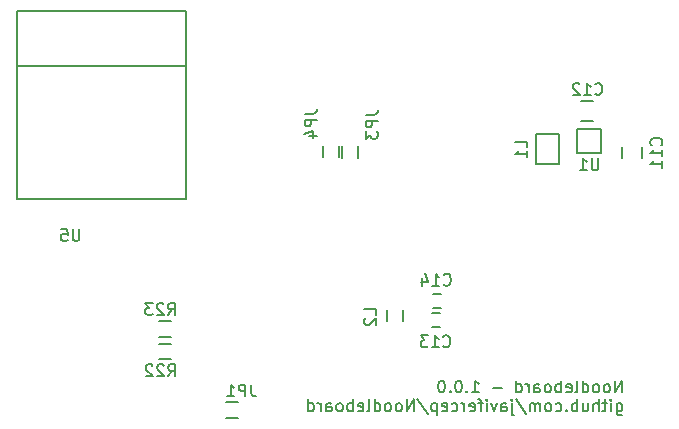
<source format=gbo>
G04 #@! TF.FileFunction,Legend,Bot*
%FSLAX46Y46*%
G04 Gerber Fmt 4.6, Leading zero omitted, Abs format (unit mm)*
G04 Created by KiCad (PCBNEW 4.0.0-rc1-stable) date 08/11/2015 16:00:56*
%MOMM*%
G01*
G04 APERTURE LIST*
%ADD10C,0.100000*%
%ADD11C,0.200000*%
%ADD12C,0.150000*%
G04 APERTURE END LIST*
D10*
D11*
X180660705Y-112733181D02*
X180660705Y-111733181D01*
X180089276Y-112733181D01*
X180089276Y-111733181D01*
X179470229Y-112733181D02*
X179565467Y-112685562D01*
X179613086Y-112637943D01*
X179660705Y-112542705D01*
X179660705Y-112256990D01*
X179613086Y-112161752D01*
X179565467Y-112114133D01*
X179470229Y-112066514D01*
X179327371Y-112066514D01*
X179232133Y-112114133D01*
X179184514Y-112161752D01*
X179136895Y-112256990D01*
X179136895Y-112542705D01*
X179184514Y-112637943D01*
X179232133Y-112685562D01*
X179327371Y-112733181D01*
X179470229Y-112733181D01*
X178565467Y-112733181D02*
X178660705Y-112685562D01*
X178708324Y-112637943D01*
X178755943Y-112542705D01*
X178755943Y-112256990D01*
X178708324Y-112161752D01*
X178660705Y-112114133D01*
X178565467Y-112066514D01*
X178422609Y-112066514D01*
X178327371Y-112114133D01*
X178279752Y-112161752D01*
X178232133Y-112256990D01*
X178232133Y-112542705D01*
X178279752Y-112637943D01*
X178327371Y-112685562D01*
X178422609Y-112733181D01*
X178565467Y-112733181D01*
X177374990Y-112733181D02*
X177374990Y-111733181D01*
X177374990Y-112685562D02*
X177470228Y-112733181D01*
X177660705Y-112733181D01*
X177755943Y-112685562D01*
X177803562Y-112637943D01*
X177851181Y-112542705D01*
X177851181Y-112256990D01*
X177803562Y-112161752D01*
X177755943Y-112114133D01*
X177660705Y-112066514D01*
X177470228Y-112066514D01*
X177374990Y-112114133D01*
X176755943Y-112733181D02*
X176851181Y-112685562D01*
X176898800Y-112590324D01*
X176898800Y-111733181D01*
X175994037Y-112685562D02*
X176089275Y-112733181D01*
X176279752Y-112733181D01*
X176374990Y-112685562D01*
X176422609Y-112590324D01*
X176422609Y-112209371D01*
X176374990Y-112114133D01*
X176279752Y-112066514D01*
X176089275Y-112066514D01*
X175994037Y-112114133D01*
X175946418Y-112209371D01*
X175946418Y-112304610D01*
X176422609Y-112399848D01*
X175517847Y-112733181D02*
X175517847Y-111733181D01*
X175517847Y-112114133D02*
X175422609Y-112066514D01*
X175232132Y-112066514D01*
X175136894Y-112114133D01*
X175089275Y-112161752D01*
X175041656Y-112256990D01*
X175041656Y-112542705D01*
X175089275Y-112637943D01*
X175136894Y-112685562D01*
X175232132Y-112733181D01*
X175422609Y-112733181D01*
X175517847Y-112685562D01*
X174470228Y-112733181D02*
X174565466Y-112685562D01*
X174613085Y-112637943D01*
X174660704Y-112542705D01*
X174660704Y-112256990D01*
X174613085Y-112161752D01*
X174565466Y-112114133D01*
X174470228Y-112066514D01*
X174327370Y-112066514D01*
X174232132Y-112114133D01*
X174184513Y-112161752D01*
X174136894Y-112256990D01*
X174136894Y-112542705D01*
X174184513Y-112637943D01*
X174232132Y-112685562D01*
X174327370Y-112733181D01*
X174470228Y-112733181D01*
X173279751Y-112733181D02*
X173279751Y-112209371D01*
X173327370Y-112114133D01*
X173422608Y-112066514D01*
X173613085Y-112066514D01*
X173708323Y-112114133D01*
X173279751Y-112685562D02*
X173374989Y-112733181D01*
X173613085Y-112733181D01*
X173708323Y-112685562D01*
X173755942Y-112590324D01*
X173755942Y-112495086D01*
X173708323Y-112399848D01*
X173613085Y-112352229D01*
X173374989Y-112352229D01*
X173279751Y-112304610D01*
X172803561Y-112733181D02*
X172803561Y-112066514D01*
X172803561Y-112256990D02*
X172755942Y-112161752D01*
X172708323Y-112114133D01*
X172613085Y-112066514D01*
X172517846Y-112066514D01*
X171755941Y-112733181D02*
X171755941Y-111733181D01*
X171755941Y-112685562D02*
X171851179Y-112733181D01*
X172041656Y-112733181D01*
X172136894Y-112685562D01*
X172184513Y-112637943D01*
X172232132Y-112542705D01*
X172232132Y-112256990D01*
X172184513Y-112161752D01*
X172136894Y-112114133D01*
X172041656Y-112066514D01*
X171851179Y-112066514D01*
X171755941Y-112114133D01*
X170517846Y-112352229D02*
X169755941Y-112352229D01*
X167994036Y-112733181D02*
X168565465Y-112733181D01*
X168279751Y-112733181D02*
X168279751Y-111733181D01*
X168374989Y-111876038D01*
X168470227Y-111971276D01*
X168565465Y-112018895D01*
X167565465Y-112637943D02*
X167517846Y-112685562D01*
X167565465Y-112733181D01*
X167613084Y-112685562D01*
X167565465Y-112637943D01*
X167565465Y-112733181D01*
X166898799Y-111733181D02*
X166803560Y-111733181D01*
X166708322Y-111780800D01*
X166660703Y-111828419D01*
X166613084Y-111923657D01*
X166565465Y-112114133D01*
X166565465Y-112352229D01*
X166613084Y-112542705D01*
X166660703Y-112637943D01*
X166708322Y-112685562D01*
X166803560Y-112733181D01*
X166898799Y-112733181D01*
X166994037Y-112685562D01*
X167041656Y-112637943D01*
X167089275Y-112542705D01*
X167136894Y-112352229D01*
X167136894Y-112114133D01*
X167089275Y-111923657D01*
X167041656Y-111828419D01*
X166994037Y-111780800D01*
X166898799Y-111733181D01*
X166136894Y-112637943D02*
X166089275Y-112685562D01*
X166136894Y-112733181D01*
X166184513Y-112685562D01*
X166136894Y-112637943D01*
X166136894Y-112733181D01*
X165470228Y-111733181D02*
X165374989Y-111733181D01*
X165279751Y-111780800D01*
X165232132Y-111828419D01*
X165184513Y-111923657D01*
X165136894Y-112114133D01*
X165136894Y-112352229D01*
X165184513Y-112542705D01*
X165232132Y-112637943D01*
X165279751Y-112685562D01*
X165374989Y-112733181D01*
X165470228Y-112733181D01*
X165565466Y-112685562D01*
X165613085Y-112637943D01*
X165660704Y-112542705D01*
X165708323Y-112352229D01*
X165708323Y-112114133D01*
X165660704Y-111923657D01*
X165613085Y-111828419D01*
X165565466Y-111780800D01*
X165470228Y-111733181D01*
X180232133Y-113666514D02*
X180232133Y-114476038D01*
X180279752Y-114571276D01*
X180327371Y-114618895D01*
X180422610Y-114666514D01*
X180565467Y-114666514D01*
X180660705Y-114618895D01*
X180232133Y-114285562D02*
X180327371Y-114333181D01*
X180517848Y-114333181D01*
X180613086Y-114285562D01*
X180660705Y-114237943D01*
X180708324Y-114142705D01*
X180708324Y-113856990D01*
X180660705Y-113761752D01*
X180613086Y-113714133D01*
X180517848Y-113666514D01*
X180327371Y-113666514D01*
X180232133Y-113714133D01*
X179755943Y-114333181D02*
X179755943Y-113666514D01*
X179755943Y-113333181D02*
X179803562Y-113380800D01*
X179755943Y-113428419D01*
X179708324Y-113380800D01*
X179755943Y-113333181D01*
X179755943Y-113428419D01*
X179422610Y-113666514D02*
X179041658Y-113666514D01*
X179279753Y-113333181D02*
X179279753Y-114190324D01*
X179232134Y-114285562D01*
X179136896Y-114333181D01*
X179041658Y-114333181D01*
X178708324Y-114333181D02*
X178708324Y-113333181D01*
X178279752Y-114333181D02*
X178279752Y-113809371D01*
X178327371Y-113714133D01*
X178422609Y-113666514D01*
X178565467Y-113666514D01*
X178660705Y-113714133D01*
X178708324Y-113761752D01*
X177374990Y-113666514D02*
X177374990Y-114333181D01*
X177803562Y-113666514D02*
X177803562Y-114190324D01*
X177755943Y-114285562D01*
X177660705Y-114333181D01*
X177517847Y-114333181D01*
X177422609Y-114285562D01*
X177374990Y-114237943D01*
X176898800Y-114333181D02*
X176898800Y-113333181D01*
X176898800Y-113714133D02*
X176803562Y-113666514D01*
X176613085Y-113666514D01*
X176517847Y-113714133D01*
X176470228Y-113761752D01*
X176422609Y-113856990D01*
X176422609Y-114142705D01*
X176470228Y-114237943D01*
X176517847Y-114285562D01*
X176613085Y-114333181D01*
X176803562Y-114333181D01*
X176898800Y-114285562D01*
X175994038Y-114237943D02*
X175946419Y-114285562D01*
X175994038Y-114333181D01*
X176041657Y-114285562D01*
X175994038Y-114237943D01*
X175994038Y-114333181D01*
X175089276Y-114285562D02*
X175184514Y-114333181D01*
X175374991Y-114333181D01*
X175470229Y-114285562D01*
X175517848Y-114237943D01*
X175565467Y-114142705D01*
X175565467Y-113856990D01*
X175517848Y-113761752D01*
X175470229Y-113714133D01*
X175374991Y-113666514D01*
X175184514Y-113666514D01*
X175089276Y-113714133D01*
X174517848Y-114333181D02*
X174613086Y-114285562D01*
X174660705Y-114237943D01*
X174708324Y-114142705D01*
X174708324Y-113856990D01*
X174660705Y-113761752D01*
X174613086Y-113714133D01*
X174517848Y-113666514D01*
X174374990Y-113666514D01*
X174279752Y-113714133D01*
X174232133Y-113761752D01*
X174184514Y-113856990D01*
X174184514Y-114142705D01*
X174232133Y-114237943D01*
X174279752Y-114285562D01*
X174374990Y-114333181D01*
X174517848Y-114333181D01*
X173755943Y-114333181D02*
X173755943Y-113666514D01*
X173755943Y-113761752D02*
X173708324Y-113714133D01*
X173613086Y-113666514D01*
X173470228Y-113666514D01*
X173374990Y-113714133D01*
X173327371Y-113809371D01*
X173327371Y-114333181D01*
X173327371Y-113809371D02*
X173279752Y-113714133D01*
X173184514Y-113666514D01*
X173041657Y-113666514D01*
X172946419Y-113714133D01*
X172898800Y-113809371D01*
X172898800Y-114333181D01*
X171708324Y-113285562D02*
X172565467Y-114571276D01*
X171374991Y-113666514D02*
X171374991Y-114523657D01*
X171422610Y-114618895D01*
X171517848Y-114666514D01*
X171565467Y-114666514D01*
X171374991Y-113333181D02*
X171422610Y-113380800D01*
X171374991Y-113428419D01*
X171327372Y-113380800D01*
X171374991Y-113333181D01*
X171374991Y-113428419D01*
X170470229Y-114333181D02*
X170470229Y-113809371D01*
X170517848Y-113714133D01*
X170613086Y-113666514D01*
X170803563Y-113666514D01*
X170898801Y-113714133D01*
X170470229Y-114285562D02*
X170565467Y-114333181D01*
X170803563Y-114333181D01*
X170898801Y-114285562D01*
X170946420Y-114190324D01*
X170946420Y-114095086D01*
X170898801Y-113999848D01*
X170803563Y-113952229D01*
X170565467Y-113952229D01*
X170470229Y-113904610D01*
X170089277Y-113666514D02*
X169851182Y-114333181D01*
X169613086Y-113666514D01*
X169232134Y-114333181D02*
X169232134Y-113666514D01*
X169232134Y-113333181D02*
X169279753Y-113380800D01*
X169232134Y-113428419D01*
X169184515Y-113380800D01*
X169232134Y-113333181D01*
X169232134Y-113428419D01*
X168898801Y-113666514D02*
X168517849Y-113666514D01*
X168755944Y-114333181D02*
X168755944Y-113476038D01*
X168708325Y-113380800D01*
X168613087Y-113333181D01*
X168517849Y-113333181D01*
X167803562Y-114285562D02*
X167898800Y-114333181D01*
X168089277Y-114333181D01*
X168184515Y-114285562D01*
X168232134Y-114190324D01*
X168232134Y-113809371D01*
X168184515Y-113714133D01*
X168089277Y-113666514D01*
X167898800Y-113666514D01*
X167803562Y-113714133D01*
X167755943Y-113809371D01*
X167755943Y-113904610D01*
X168232134Y-113999848D01*
X167327372Y-114333181D02*
X167327372Y-113666514D01*
X167327372Y-113856990D02*
X167279753Y-113761752D01*
X167232134Y-113714133D01*
X167136896Y-113666514D01*
X167041657Y-113666514D01*
X166279752Y-114285562D02*
X166374990Y-114333181D01*
X166565467Y-114333181D01*
X166660705Y-114285562D01*
X166708324Y-114237943D01*
X166755943Y-114142705D01*
X166755943Y-113856990D01*
X166708324Y-113761752D01*
X166660705Y-113714133D01*
X166565467Y-113666514D01*
X166374990Y-113666514D01*
X166279752Y-113714133D01*
X165470228Y-114285562D02*
X165565466Y-114333181D01*
X165755943Y-114333181D01*
X165851181Y-114285562D01*
X165898800Y-114190324D01*
X165898800Y-113809371D01*
X165851181Y-113714133D01*
X165755943Y-113666514D01*
X165565466Y-113666514D01*
X165470228Y-113714133D01*
X165422609Y-113809371D01*
X165422609Y-113904610D01*
X165898800Y-113999848D01*
X164994038Y-113666514D02*
X164994038Y-114666514D01*
X164994038Y-113714133D02*
X164898800Y-113666514D01*
X164708323Y-113666514D01*
X164613085Y-113714133D01*
X164565466Y-113761752D01*
X164517847Y-113856990D01*
X164517847Y-114142705D01*
X164565466Y-114237943D01*
X164613085Y-114285562D01*
X164708323Y-114333181D01*
X164898800Y-114333181D01*
X164994038Y-114285562D01*
X163374990Y-113285562D02*
X164232133Y-114571276D01*
X163041657Y-114333181D02*
X163041657Y-113333181D01*
X162470228Y-114333181D01*
X162470228Y-113333181D01*
X161851181Y-114333181D02*
X161946419Y-114285562D01*
X161994038Y-114237943D01*
X162041657Y-114142705D01*
X162041657Y-113856990D01*
X161994038Y-113761752D01*
X161946419Y-113714133D01*
X161851181Y-113666514D01*
X161708323Y-113666514D01*
X161613085Y-113714133D01*
X161565466Y-113761752D01*
X161517847Y-113856990D01*
X161517847Y-114142705D01*
X161565466Y-114237943D01*
X161613085Y-114285562D01*
X161708323Y-114333181D01*
X161851181Y-114333181D01*
X160946419Y-114333181D02*
X161041657Y-114285562D01*
X161089276Y-114237943D01*
X161136895Y-114142705D01*
X161136895Y-113856990D01*
X161089276Y-113761752D01*
X161041657Y-113714133D01*
X160946419Y-113666514D01*
X160803561Y-113666514D01*
X160708323Y-113714133D01*
X160660704Y-113761752D01*
X160613085Y-113856990D01*
X160613085Y-114142705D01*
X160660704Y-114237943D01*
X160708323Y-114285562D01*
X160803561Y-114333181D01*
X160946419Y-114333181D01*
X159755942Y-114333181D02*
X159755942Y-113333181D01*
X159755942Y-114285562D02*
X159851180Y-114333181D01*
X160041657Y-114333181D01*
X160136895Y-114285562D01*
X160184514Y-114237943D01*
X160232133Y-114142705D01*
X160232133Y-113856990D01*
X160184514Y-113761752D01*
X160136895Y-113714133D01*
X160041657Y-113666514D01*
X159851180Y-113666514D01*
X159755942Y-113714133D01*
X159136895Y-114333181D02*
X159232133Y-114285562D01*
X159279752Y-114190324D01*
X159279752Y-113333181D01*
X158374989Y-114285562D02*
X158470227Y-114333181D01*
X158660704Y-114333181D01*
X158755942Y-114285562D01*
X158803561Y-114190324D01*
X158803561Y-113809371D01*
X158755942Y-113714133D01*
X158660704Y-113666514D01*
X158470227Y-113666514D01*
X158374989Y-113714133D01*
X158327370Y-113809371D01*
X158327370Y-113904610D01*
X158803561Y-113999848D01*
X157898799Y-114333181D02*
X157898799Y-113333181D01*
X157898799Y-113714133D02*
X157803561Y-113666514D01*
X157613084Y-113666514D01*
X157517846Y-113714133D01*
X157470227Y-113761752D01*
X157422608Y-113856990D01*
X157422608Y-114142705D01*
X157470227Y-114237943D01*
X157517846Y-114285562D01*
X157613084Y-114333181D01*
X157803561Y-114333181D01*
X157898799Y-114285562D01*
X156851180Y-114333181D02*
X156946418Y-114285562D01*
X156994037Y-114237943D01*
X157041656Y-114142705D01*
X157041656Y-113856990D01*
X156994037Y-113761752D01*
X156946418Y-113714133D01*
X156851180Y-113666514D01*
X156708322Y-113666514D01*
X156613084Y-113714133D01*
X156565465Y-113761752D01*
X156517846Y-113856990D01*
X156517846Y-114142705D01*
X156565465Y-114237943D01*
X156613084Y-114285562D01*
X156708322Y-114333181D01*
X156851180Y-114333181D01*
X155660703Y-114333181D02*
X155660703Y-113809371D01*
X155708322Y-113714133D01*
X155803560Y-113666514D01*
X155994037Y-113666514D01*
X156089275Y-113714133D01*
X155660703Y-114285562D02*
X155755941Y-114333181D01*
X155994037Y-114333181D01*
X156089275Y-114285562D01*
X156136894Y-114190324D01*
X156136894Y-114095086D01*
X156089275Y-113999848D01*
X155994037Y-113952229D01*
X155755941Y-113952229D01*
X155660703Y-113904610D01*
X155184513Y-114333181D02*
X155184513Y-113666514D01*
X155184513Y-113856990D02*
X155136894Y-113761752D01*
X155089275Y-113714133D01*
X154994037Y-113666514D01*
X154898798Y-113666514D01*
X154136893Y-114333181D02*
X154136893Y-113333181D01*
X154136893Y-114285562D02*
X154232131Y-114333181D01*
X154422608Y-114333181D01*
X154517846Y-114285562D01*
X154565465Y-114237943D01*
X154613084Y-114142705D01*
X154613084Y-113856990D01*
X154565465Y-113761752D01*
X154517846Y-113714133D01*
X154422608Y-113666514D01*
X154232131Y-113666514D01*
X154136893Y-113714133D01*
D12*
X180704120Y-92925520D02*
X180704120Y-91925520D01*
X182404120Y-91925520D02*
X182404120Y-92925520D01*
X178198400Y-89755080D02*
X177198400Y-89755080D01*
X177198400Y-88055080D02*
X178198400Y-88055080D01*
X164584900Y-107241900D02*
X165284900Y-107241900D01*
X165284900Y-106041900D02*
X164584900Y-106041900D01*
X164650000Y-105600000D02*
X165350000Y-105600000D01*
X165350000Y-104400000D02*
X164650000Y-104400000D01*
X148140040Y-113548800D02*
X147140040Y-113548800D01*
X147140040Y-114898800D02*
X148140040Y-114898800D01*
X155357200Y-91844240D02*
X155357200Y-92844240D01*
X156707200Y-92844240D02*
X156707200Y-91844240D01*
X158373440Y-92854400D02*
X158373440Y-91854400D01*
X157023440Y-91854400D02*
X157023440Y-92854400D01*
X175376080Y-93396120D02*
X175376080Y-90896120D01*
X175376080Y-90896120D02*
X173376080Y-90896120D01*
X173376080Y-90896120D02*
X173376080Y-93396120D01*
X173376080Y-93396120D02*
X175376080Y-93396120D01*
X160823280Y-105722800D02*
X160823280Y-106722800D01*
X162173280Y-106722800D02*
X162173280Y-105722800D01*
X142491080Y-106700960D02*
X141491080Y-106700960D01*
X141491080Y-108050960D02*
X142491080Y-108050960D01*
X141521560Y-109950880D02*
X142521560Y-109950880D01*
X142521560Y-108600880D02*
X141521560Y-108600880D01*
X178891440Y-92440000D02*
X178891440Y-90440000D01*
X178891440Y-90440000D02*
X176891440Y-90440000D01*
X176891440Y-90440000D02*
X176891440Y-92440000D01*
X176891440Y-92440000D02*
X178891440Y-92440000D01*
X143776600Y-85078600D02*
X129476600Y-85078600D01*
X143776600Y-80478600D02*
X143776600Y-96378600D01*
X143776600Y-96378600D02*
X129476600Y-96378600D01*
X129476600Y-80478600D02*
X129476600Y-96378600D01*
X129476600Y-80478600D02*
X143776600Y-80478600D01*
X184009303Y-91813143D02*
X184056922Y-91765524D01*
X184104541Y-91622667D01*
X184104541Y-91527429D01*
X184056922Y-91384571D01*
X183961684Y-91289333D01*
X183866446Y-91241714D01*
X183675970Y-91194095D01*
X183533112Y-91194095D01*
X183342636Y-91241714D01*
X183247398Y-91289333D01*
X183152160Y-91384571D01*
X183104541Y-91527429D01*
X183104541Y-91622667D01*
X183152160Y-91765524D01*
X183199779Y-91813143D01*
X184104541Y-92765524D02*
X184104541Y-92194095D01*
X184104541Y-92479809D02*
X183104541Y-92479809D01*
X183247398Y-92384571D01*
X183342636Y-92289333D01*
X183390255Y-92194095D01*
X184104541Y-93717905D02*
X184104541Y-93146476D01*
X184104541Y-93432190D02*
X183104541Y-93432190D01*
X183247398Y-93336952D01*
X183342636Y-93241714D01*
X183390255Y-93146476D01*
X178422537Y-87468983D02*
X178470156Y-87516602D01*
X178613013Y-87564221D01*
X178708251Y-87564221D01*
X178851109Y-87516602D01*
X178946347Y-87421364D01*
X178993966Y-87326126D01*
X179041585Y-87135650D01*
X179041585Y-86992792D01*
X178993966Y-86802316D01*
X178946347Y-86707078D01*
X178851109Y-86611840D01*
X178708251Y-86564221D01*
X178613013Y-86564221D01*
X178470156Y-86611840D01*
X178422537Y-86659459D01*
X177470156Y-87564221D02*
X178041585Y-87564221D01*
X177755871Y-87564221D02*
X177755871Y-86564221D01*
X177851109Y-86707078D01*
X177946347Y-86802316D01*
X178041585Y-86849935D01*
X177089204Y-86659459D02*
X177041585Y-86611840D01*
X176946347Y-86564221D01*
X176708251Y-86564221D01*
X176613013Y-86611840D01*
X176565394Y-86659459D01*
X176517775Y-86754697D01*
X176517775Y-86849935D01*
X176565394Y-86992792D01*
X177136823Y-87564221D01*
X176517775Y-87564221D01*
X165539657Y-108825303D02*
X165587276Y-108872922D01*
X165730133Y-108920541D01*
X165825371Y-108920541D01*
X165968229Y-108872922D01*
X166063467Y-108777684D01*
X166111086Y-108682446D01*
X166158705Y-108491970D01*
X166158705Y-108349112D01*
X166111086Y-108158636D01*
X166063467Y-108063398D01*
X165968229Y-107968160D01*
X165825371Y-107920541D01*
X165730133Y-107920541D01*
X165587276Y-107968160D01*
X165539657Y-108015779D01*
X164587276Y-108920541D02*
X165158705Y-108920541D01*
X164872991Y-108920541D02*
X164872991Y-107920541D01*
X164968229Y-108063398D01*
X165063467Y-108158636D01*
X165158705Y-108206255D01*
X164253943Y-107920541D02*
X163634895Y-107920541D01*
X163968229Y-108301493D01*
X163825371Y-108301493D01*
X163730133Y-108349112D01*
X163682514Y-108396731D01*
X163634895Y-108491970D01*
X163634895Y-108730065D01*
X163682514Y-108825303D01*
X163730133Y-108872922D01*
X163825371Y-108920541D01*
X164111086Y-108920541D01*
X164206324Y-108872922D01*
X164253943Y-108825303D01*
X165600617Y-103603063D02*
X165648236Y-103650682D01*
X165791093Y-103698301D01*
X165886331Y-103698301D01*
X166029189Y-103650682D01*
X166124427Y-103555444D01*
X166172046Y-103460206D01*
X166219665Y-103269730D01*
X166219665Y-103126872D01*
X166172046Y-102936396D01*
X166124427Y-102841158D01*
X166029189Y-102745920D01*
X165886331Y-102698301D01*
X165791093Y-102698301D01*
X165648236Y-102745920D01*
X165600617Y-102793539D01*
X164648236Y-103698301D02*
X165219665Y-103698301D01*
X164933951Y-103698301D02*
X164933951Y-102698301D01*
X165029189Y-102841158D01*
X165124427Y-102936396D01*
X165219665Y-102984015D01*
X163791093Y-103031634D02*
X163791093Y-103698301D01*
X164029189Y-102650682D02*
X164267284Y-103364968D01*
X163648236Y-103364968D01*
X149291253Y-112086141D02*
X149291253Y-112800427D01*
X149338873Y-112943284D01*
X149434111Y-113038522D01*
X149576968Y-113086141D01*
X149672206Y-113086141D01*
X148815063Y-113086141D02*
X148815063Y-112086141D01*
X148434110Y-112086141D01*
X148338872Y-112133760D01*
X148291253Y-112181379D01*
X148243634Y-112276617D01*
X148243634Y-112419474D01*
X148291253Y-112514712D01*
X148338872Y-112562331D01*
X148434110Y-112609950D01*
X148815063Y-112609950D01*
X147291253Y-113086141D02*
X147862682Y-113086141D01*
X147576968Y-113086141D02*
X147576968Y-112086141D01*
X147672206Y-112228998D01*
X147767444Y-112324236D01*
X147862682Y-112371855D01*
X159005021Y-89245227D02*
X159719307Y-89245227D01*
X159862164Y-89197607D01*
X159957402Y-89102369D01*
X160005021Y-88959512D01*
X160005021Y-88864274D01*
X160005021Y-89721417D02*
X159005021Y-89721417D01*
X159005021Y-90102370D01*
X159052640Y-90197608D01*
X159100259Y-90245227D01*
X159195497Y-90292846D01*
X159338354Y-90292846D01*
X159433592Y-90245227D01*
X159481211Y-90197608D01*
X159528830Y-90102370D01*
X159528830Y-89721417D01*
X159005021Y-90626179D02*
X159005021Y-91245227D01*
X159385973Y-90911893D01*
X159385973Y-91054751D01*
X159433592Y-91149989D01*
X159481211Y-91197608D01*
X159576450Y-91245227D01*
X159814545Y-91245227D01*
X159909783Y-91197608D01*
X159957402Y-91149989D01*
X160005021Y-91054751D01*
X160005021Y-90769036D01*
X159957402Y-90673798D01*
X159909783Y-90626179D01*
X153843741Y-89163947D02*
X154558027Y-89163947D01*
X154700884Y-89116327D01*
X154796122Y-89021089D01*
X154843741Y-88878232D01*
X154843741Y-88782994D01*
X154843741Y-89640137D02*
X153843741Y-89640137D01*
X153843741Y-90021090D01*
X153891360Y-90116328D01*
X153938979Y-90163947D01*
X154034217Y-90211566D01*
X154177074Y-90211566D01*
X154272312Y-90163947D01*
X154319931Y-90116328D01*
X154367550Y-90021090D01*
X154367550Y-89640137D01*
X154177074Y-91068709D02*
X154843741Y-91068709D01*
X153796122Y-90830613D02*
X154510408Y-90592518D01*
X154510408Y-91211566D01*
X172669461Y-91979454D02*
X172669461Y-91503263D01*
X171669461Y-91503263D01*
X172669461Y-92836597D02*
X172669461Y-92265168D01*
X172669461Y-92550882D02*
X171669461Y-92550882D01*
X171812318Y-92455644D01*
X171907556Y-92360406D01*
X171955175Y-92265168D01*
X159883101Y-106188214D02*
X159883101Y-105712023D01*
X158883101Y-105712023D01*
X158978339Y-106473928D02*
X158930720Y-106521547D01*
X158883101Y-106616785D01*
X158883101Y-106854881D01*
X158930720Y-106950119D01*
X158978339Y-106997738D01*
X159073577Y-107045357D01*
X159168815Y-107045357D01*
X159311672Y-106997738D01*
X159883101Y-106426309D01*
X159883101Y-107045357D01*
X142273257Y-111374181D02*
X142606591Y-110897990D01*
X142844686Y-111374181D02*
X142844686Y-110374181D01*
X142463733Y-110374181D01*
X142368495Y-110421800D01*
X142320876Y-110469419D01*
X142273257Y-110564657D01*
X142273257Y-110707514D01*
X142320876Y-110802752D01*
X142368495Y-110850371D01*
X142463733Y-110897990D01*
X142844686Y-110897990D01*
X141892305Y-110469419D02*
X141844686Y-110421800D01*
X141749448Y-110374181D01*
X141511352Y-110374181D01*
X141416114Y-110421800D01*
X141368495Y-110469419D01*
X141320876Y-110564657D01*
X141320876Y-110659895D01*
X141368495Y-110802752D01*
X141939924Y-111374181D01*
X141320876Y-111374181D01*
X140939924Y-110469419D02*
X140892305Y-110421800D01*
X140797067Y-110374181D01*
X140558971Y-110374181D01*
X140463733Y-110421800D01*
X140416114Y-110469419D01*
X140368495Y-110564657D01*
X140368495Y-110659895D01*
X140416114Y-110802752D01*
X140987543Y-111374181D01*
X140368495Y-111374181D01*
X142242777Y-106177341D02*
X142576111Y-105701150D01*
X142814206Y-106177341D02*
X142814206Y-105177341D01*
X142433253Y-105177341D01*
X142338015Y-105224960D01*
X142290396Y-105272579D01*
X142242777Y-105367817D01*
X142242777Y-105510674D01*
X142290396Y-105605912D01*
X142338015Y-105653531D01*
X142433253Y-105701150D01*
X142814206Y-105701150D01*
X141861825Y-105272579D02*
X141814206Y-105224960D01*
X141718968Y-105177341D01*
X141480872Y-105177341D01*
X141385634Y-105224960D01*
X141338015Y-105272579D01*
X141290396Y-105367817D01*
X141290396Y-105463055D01*
X141338015Y-105605912D01*
X141909444Y-106177341D01*
X141290396Y-106177341D01*
X140957063Y-105177341D02*
X140338015Y-105177341D01*
X140671349Y-105558293D01*
X140528491Y-105558293D01*
X140433253Y-105605912D01*
X140385634Y-105653531D01*
X140338015Y-105748770D01*
X140338015Y-105986865D01*
X140385634Y-106082103D01*
X140433253Y-106129722D01*
X140528491Y-106177341D01*
X140814206Y-106177341D01*
X140909444Y-106129722D01*
X140957063Y-106082103D01*
X178704145Y-92924381D02*
X178704145Y-93733905D01*
X178656526Y-93829143D01*
X178608907Y-93876762D01*
X178513669Y-93924381D01*
X178323192Y-93924381D01*
X178227954Y-93876762D01*
X178180335Y-93829143D01*
X178132716Y-93733905D01*
X178132716Y-92924381D01*
X177132716Y-93924381D02*
X177704145Y-93924381D01*
X177418431Y-93924381D02*
X177418431Y-92924381D01*
X177513669Y-93067238D01*
X177608907Y-93162476D01*
X177704145Y-93210095D01*
X134762145Y-98918781D02*
X134762145Y-99728305D01*
X134714526Y-99823543D01*
X134666907Y-99871162D01*
X134571669Y-99918781D01*
X134381192Y-99918781D01*
X134285954Y-99871162D01*
X134238335Y-99823543D01*
X134190716Y-99728305D01*
X134190716Y-98918781D01*
X133238335Y-98918781D02*
X133714526Y-98918781D01*
X133762145Y-99394971D01*
X133714526Y-99347352D01*
X133619288Y-99299733D01*
X133381192Y-99299733D01*
X133285954Y-99347352D01*
X133238335Y-99394971D01*
X133190716Y-99490210D01*
X133190716Y-99728305D01*
X133238335Y-99823543D01*
X133285954Y-99871162D01*
X133381192Y-99918781D01*
X133619288Y-99918781D01*
X133714526Y-99871162D01*
X133762145Y-99823543D01*
M02*

</source>
